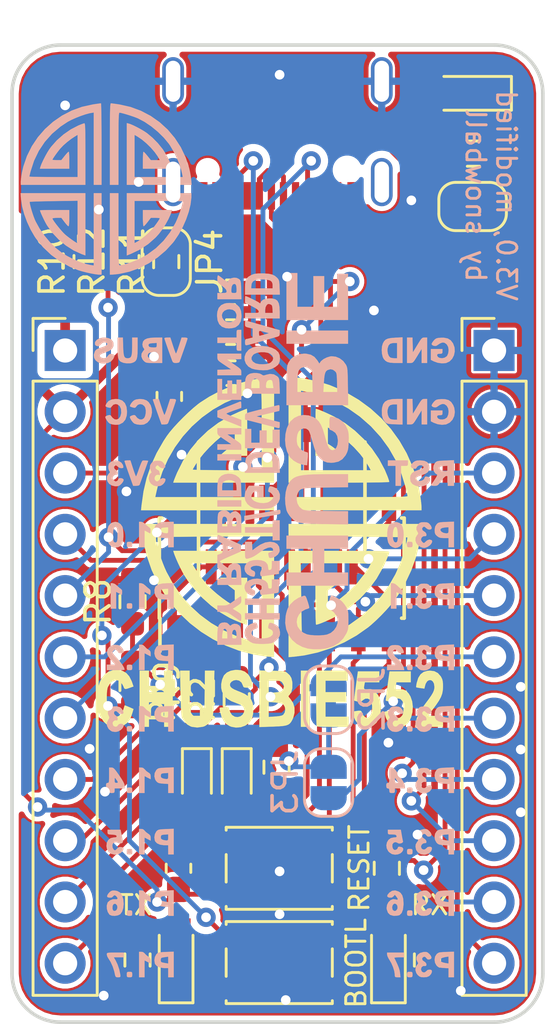
<source format=kicad_pcb>
(kicad_pcb (version 20171130) (host pcbnew 5.1.10-1.fc33)
  (layers (0 F.Cu signal) (31 B.Cu signal) (34 B.Paste user hide) (35 F.Paste user hide) (36 B.SilkS user hide) (37 F.SilkS user hide) (38 B.Mask user hide) (39 F.Mask user hide) (44 Edge.Cuts user))
  (net 0 "")
  (net 1 VCC)
  (net 2 /RESET)
  (net 3 "Net-(D3-Pad2)")
  (net 4 /P3.0)
  (net 5 /P3.1)
  (net 6 GND)
  (net 7 /P3.6)
  (net 8 /P1.5)
  (net 9 +3V3)
  (net 10 /P1.2)
  (net 11 /P1.3)
  (net 12 /P3.7)
  (net 13 /P3.5)
  (net 14 /P3.4)
  (net 15 /P3.3)
  (net 16 /P1.1)
  (net 17 /P1.0)
  (net 18 /P1.7)
  (net 19 /P1.6)
  (net 20 /P1.4)
  (net 21 /P3.2)
  (net 22 "Net-(D2-Pad1)")
  (net 23 "Net-(D1-Pad1)")
  (net 24 /CC1)
  (net 25 "Net-(J3-PadB8)")
  (net 26 "Net-(J3-PadA8)")
  (net 27 /CC2)
  (net 28 VBUS)
  (net 29 "Net-(D4-Pad2)")
  (net 30 "Net-(R6-Pad2)")
  (net 31 "Net-(JP2-Pad1)")
  (net 32 "Net-(JP4-Pad2)")
  (module Jumper:SolderJumper-2_P1.3mm_Open_RoundedPad1.0x1.5mm (layer F.Cu) (at 80.391 69.977 270)
    (fp_text reference JP4 (at 0 -1.8 270) (layer F.SilkS))
    (fp_text value Jumper)
    (pad 2 smd custom (at 0.65 0 270) (size 1 0.5) (layers F.Cu F.Mask) (net 32 "Net-(JP4-Pad2)") (options (clearance outline) (anchor rect)) (primitives (gr_circle (center 0 0.25) (end 0.5 0.25) (width 0)) (gr_circle (center 0 -0.25) (end 0.5 -0.25) (width 0)) (gr_poly (pts (xy 0 -0.75) (xy -0.5 -0.75) (xy -0.5 0.75) (xy 0 0.75)) (width 0))))
    (pad 1 smd custom (at -0.65 0 270) (size 1 0.5) (layers F.Cu F.Mask) (net 28 VBUS) (options (clearance outline) (anchor rect)) (primitives (gr_circle (center 0 0.25) (end 0.5 0.25) (width 0)) (gr_circle (center 0 -0.25) (end 0.5 -0.25) (width 0)) (gr_poly (pts (xy 0 -0.75) (xy 0.5 -0.75) (xy 0.5 0.75) (xy 0 0.75)) (width 0))))
  )
  (module Resistor_SMD:R_0603_1608Metric_Pad0.98x0.95mm_HandSolder (layer F.Cu) (at 78.74 69.977 90)
    (fp_text reference R12 (at 0 -1.43 90) (layer F.SilkS))
    (fp_text value 22k)
    (pad 2 smd roundrect (at 0.9125 0 90) (size 0.975 0.95) (layers F.Cu F.Paste F.Mask) (net 32 "Net-(JP4-Pad2)"))
    (pad 1 smd roundrect (at -0.9125 0 90) (size 0.975 0.95) (layers F.Cu F.Paste F.Mask) (net 16 /P1.1))
  )
  (module Resistor_SMD:R_0603_1608Metric_Pad0.98x0.95mm_HandSolder (layer F.Cu) (at 80.391 69.977 90)
    (fp_text reference R11 (at 0 -1.43 90) (layer F.SilkS))
    (fp_text value 22k)
    (pad 2 smd roundrect (at 0.9125 0 90) (size 0.975 0.95) (layers F.Cu F.Paste F.Mask) (net 28 VBUS))
    (pad 1 smd roundrect (at -0.9125 0 90) (size 0.975 0.95) (layers F.Cu F.Paste F.Mask) (net 32 "Net-(JP4-Pad2)"))
  )
  (module Resistor_SMD:R_0603_1608Metric_Pad0.98x0.95mm_HandSolder (layer F.Cu) (at 77.089 69.977 90)
    (fp_text reference R10 (at 0 -1.43 90) (layer F.SilkS))
    (fp_text value 1k)
    (pad 2 smd roundrect (at 0.9125 0 90) (size 0.975 0.95) (layers F.Cu F.Paste F.Mask) (net 6 GND))
    (pad 1 smd roundrect (at -0.9125 0 90) (size 0.975 0.95) (layers F.Cu F.Paste F.Mask) (net 16 /P1.1))
  )
  (module footprint:VACON_CSP_USC16_TR (layer F.Cu) (at 85 66.68 180)
    (fp_text reference J3 hide)
    (fp_text value USB_C_Receptacle)
    (pad 1 thru_hole oval (at 4.325 0 180) (size 0.9 2) (drill oval 0.6 1.7) (layers *.Cu *.Mask))
    (pad 1 thru_hole oval (at -4.325 0 180) (size 0.9 2) (drill oval 0.6 1.7) (layers *.Cu *.Mask))
    (pad S1 thru_hole oval (at -4.325 4.18 180) (size 0.9 2) (drill oval 0.6 1.7) (layers *.Cu *.Mask) (net 6 GND))
    (pad S1 thru_hole oval (at 4.325 4.18 180) (size 0.9 2) (drill oval 0.6 1.7) (layers *.Cu *.Mask) (net 6 GND))
    (pad "" np_thru_hole circle (at 2.89 0.5 180) (size 0.6 0.6) (drill 0.6) (layers *.Cu *.Mask))
    (pad A7 smd rect (at 0.25 -0.57 180) (size 0.3 1.14) (layers F.Cu F.Paste F.Mask) (net 12 /P3.7))
    (pad A6 smd rect (at -0.25 -0.57 180) (size 0.3 1.14) (layers F.Cu F.Paste F.Mask) (net 7 /P3.6))
    (pad B7 smd rect (at -0.75 -0.57 180) (size 0.3 1.14) (layers F.Cu F.Paste F.Mask) (net 12 /P3.7))
    (pad B6 smd rect (at 0.75 -0.57 180) (size 0.3 1.14) (layers F.Cu F.Paste F.Mask) (net 7 /P3.6))
    (pad A5 smd rect (at -1.25 -0.57 180) (size 0.3 1.14) (layers F.Cu F.Paste F.Mask) (net 24 /CC1))
    (pad B8 smd rect (at -1.75 -0.57 180) (size 0.3 1.14) (layers F.Cu F.Paste F.Mask) (net 25 "Net-(J3-PadB8)"))
    (pad A8 smd rect (at 1.25 -0.57 180) (size 0.3 1.14) (layers F.Cu F.Paste F.Mask) (net 26 "Net-(J3-PadA8)"))
    (pad B5 smd rect (at 1.75 -0.57 180) (size 0.3 1.14) (layers F.Cu F.Paste F.Mask) (net 27 /CC2))
    (pad "" np_thru_hole circle (at -2.89 0.5 180) (size 0.6 0.6) (drill 0.6) (layers *.Cu *.Mask))
    (pad B9 smd rect (at -2.5 -0.57 180) (size 0.3 1.14) (layers F.Cu F.Paste F.Mask) (net 28 VBUS))
    (pad A4 smd rect (at -2.25 -0.57 180) (size 0.3 1.14) (layers F.Cu F.Paste F.Mask) (net 28 VBUS))
    (pad B12 smd rect (at -3.05 -0.57 180) (size 0.3 1.14) (layers F.Cu F.Paste F.Mask) (net 6 GND))
    (pad A1 smd rect (at -3.35 -0.57 180) (size 0.3 1.14) (layers F.Cu F.Paste F.Mask) (net 6 GND))
    (pad B4 smd rect (at 2.25 -0.57 180) (size 0.3 1.14) (layers F.Cu F.Paste F.Mask) (net 28 VBUS))
    (pad A9 smd rect (at 2.55 -0.57 180) (size 0.3 1.14) (layers F.Cu F.Paste F.Mask) (net 28 VBUS))
    (pad B1 smd rect (at 3.05 -0.57 180) (size 0.3 1.14) (layers F.Cu F.Paste F.Mask) (net 6 GND))
    (pad A12 smd rect (at 3.35 -0.57 180) (size 0.3 1.14) (layers F.Cu F.Paste F.Mask) (net 6 GND))
  )
  (module Resistor_SMD:R_0603_1608Metric_Pad0.98x0.95mm_HandSolder (layer F.Cu) (at 78.994 87.503 270)
    (fp_text reference R9 (at 0 -1.43 90) (layer F.SilkS))
    (fp_text value 10k)
    (pad 2 smd roundrect (at 0.9125 0 270) (size 0.975 0.95) (layers F.Cu F.Paste F.Mask) (net 9 +3V3))
    (pad 1 smd roundrect (at -0.9125 0 270) (size 0.975 0.95) (layers F.Cu F.Paste F.Mask) (net 21 /P3.2))
  )
  (module Resistor_SMD:R_0603_1608Metric_Pad0.98x0.95mm_HandSolder (layer F.Cu) (at 78.994 84.074 90)
    (fp_text reference R8 (at 0 -1.43 90) (layer F.SilkS))
    (fp_text value 1k)
    (pad 2 smd roundrect (at 0.9125 0 90) (size 0.975 0.95) (layers F.Cu F.Paste F.Mask) (net 6 GND))
    (pad 1 smd roundrect (at -0.9125 0 90) (size 0.975 0.95) (layers F.Cu F.Paste F.Mask) (net 21 /P3.2))
  )
  (module Jumper:SolderJumper-2_P1.3mm_Open_RoundedPad1.0x1.5mm (layer B.Cu) (at 87.122 91.567 270)
    (fp_text reference JP3 (at 0 1.8 90) (layer B.SilkS) (effects (justify mirror)))
    (fp_text value Jumper)
    (pad 2 smd custom (at 0.65 0 270) (size 1 0.5) (layers B.Cu B.Mask) (net 15 /P3.3) (options (clearance outline) (anchor rect)) (primitives (gr_circle (center 0 -0.25) (end 0.5 -0.25) (width 0)) (gr_circle (center 0 0.25) (end 0.5 0.25) (width 0)) (gr_poly (pts (xy 0 0.75) (xy -0.5 0.75) (xy -0.5 -0.75) (xy 0 -0.75)) (width 0))))
    (pad 1 smd custom (at -0.65 0 270) (size 1 0.5) (layers B.Cu B.Mask) (net 31 "Net-(JP2-Pad1)") (options (clearance outline) (anchor rect)) (primitives (gr_circle (center 0 -0.25) (end 0.5 -0.25) (width 0)) (gr_circle (center 0 0.25) (end 0.5 0.25) (width 0)) (gr_poly (pts (xy 0 0.75) (xy 0.5 0.75) (xy 0.5 -0.75) (xy 0 -0.75)) (width 0))))
  )
  (module Jumper:SolderJumper-2_P1.3mm_Bridged_RoundedPad1.0x1.5mm (layer B.Cu) (at 87.122 88.138 90)
    (fp_text reference JP2 (at 0 1.8 90) (layer B.SilkS) (effects (justify mirror)))
    (fp_text value Jumper)
    (fp_poly (pts (xy 0.25 0.3) (xy -0.25 0.3) (xy -0.25 -0.3) (xy 0.25 -0.3)) (layer B.Cu) (width 0))
    (pad 1 smd custom (at -0.65 0 90) (size 1 0.5) (layers B.Cu B.Mask) (net 31 "Net-(JP2-Pad1)") (options (clearance outline) (anchor rect)) (primitives (gr_circle (center 0 -0.25) (end 0.5 -0.25) (width 0)) (gr_circle (center 0 0.25) (end 0.5 0.25) (width 0)) (gr_poly (pts (xy 0 0.75) (xy 0.5 0.75) (xy 0.5 -0.75) (xy 0 -0.75)) (width 0))))
    (pad 2 smd custom (at 0.65 0 90) (size 1 0.5) (layers B.Cu B.Mask) (net 21 /P3.2) (options (clearance outline) (anchor rect)) (primitives (gr_circle (center 0 -0.25) (end 0.5 -0.25) (width 0)) (gr_circle (center 0 0.25) (end 0.5 0.25) (width 0)) (gr_poly (pts (xy 0 0.75) (xy -0.5 0.75) (xy -0.5 -0.75) (xy 0 -0.75)) (width 0))))
  )
  (module ArtandSilks:v2front (layer F.Cu) (at 84.7 84.1)
    (fp_text reference G*** hide)
    (fp_text value LOGO hide)
  )
  (module ArtandSilks:v2back (layer B.Cu) (at 84.2 80.7 180)
    (fp_text reference G*** hide)
    (fp_text value LOGO hide)
    (fp_text user "V3.0, modified" (at -10.287 13.462 270 unlocked) (layer B.SilkS) (effects (font (size 0.8 0.8) (thickness 0.12)) (justify mirror)))
    (fp_text user "by snowball" (at -9.017 13.462 270 unlocked) (layer B.SilkS) (effects (font (size 0.8 0.8) (thickness 0.12)) (justify mirror)))
  )
  (module Resistor_SMD:R_0603_1608Metric_Pad0.98x0.95mm_HandSolder (layer F.Cu) (at 81.661 88.138 90)
    (fp_text reference R1 (at 0 -1.43 90) (layer F.SilkS))
    (fp_text value 68)
    (pad 2 smd roundrect (at 0.9125 0 90) (size 0.975 0.95) (layers F.Cu F.Paste F.Mask) (net 20 /P1.4))
    (pad 1 smd roundrect (at -0.9125 0 90) (size 0.975 0.95) (layers F.Cu F.Paste F.Mask) (net 24 /CC1))
  )
  (module Diode_SMD:D_SOD-523 (layer F.Cu) (at 83.312 91.313 270)
    (fp_text reference D5 hide)
    (fp_text value "e.g. 1N4148, C917006, C708767")
    (pad 1 smd rect (at -0.7 0 90) (size 0.6 0.7) (layers F.Cu F.Paste F.Mask) (net 27 /CC2))
    (pad 2 smd rect (at 0.7 0 90) (size 0.6 0.7) (layers F.Cu F.Paste F.Mask) (net 29 "Net-(D4-Pad2)"))
  )
  (module Resistor_SMD:R_0603_1608Metric_Pad0.98x0.95mm_HandSolder (layer F.Cu) (at 84.963 90.932 270)
    (fp_text reference R7 hide)
    (fp_text value 220)
    (pad 2 smd roundrect (at 0.9125 0 270) (size 0.975 0.95) (layers F.Cu F.Paste F.Mask) (net 29 "Net-(D4-Pad2)"))
    (pad 1 smd roundrect (at -0.9125 0 270) (size 0.975 0.95) (layers F.Cu F.Paste F.Mask) (net 31 "Net-(JP2-Pad1)"))
  )
  (module Resistor_SMD:R_0603_1608Metric_Pad0.98x0.95mm_HandSolder (layer F.Cu) (at 89.535 95.123 270)
    (fp_text reference R6 hide)
    (fp_text value 22k)
    (pad 2 smd roundrect (at 0.9125 0 270) (size 0.975 0.95) (layers F.Cu F.Paste F.Mask) (net 30 "Net-(R6-Pad2)"))
    (pad 1 smd roundrect (at -0.9125 0 270) (size 0.975 0.95) (layers F.Cu F.Paste F.Mask) (net 7 /P3.6))
  )
  (module Resistor_SMD:R_0603_1608Metric_Pad0.98x0.95mm_HandSolder (layer F.Cu) (at 93.125 65.5)
    (fp_text reference R5 hide)
    (fp_text value 1k)
    (pad 2 smd roundrect (at 0.9125 0) (size 0.975 0.95) (layers F.Cu F.Paste F.Mask) (net 3 "Net-(D3-Pad2)"))
    (pad 1 smd roundrect (at -0.9125 0) (size 0.975 0.95) (layers F.Cu F.Paste F.Mask) (net 1 VCC))
  )
  (module Resistor_SMD:R_0603_1608Metric_Pad0.98x0.95mm_HandSolder (layer F.Cu) (at 79.2 98.925 90)
    (fp_text reference R4 hide)
    (fp_text value 1k)
    (pad 2 smd roundrect (at 0.9125 0 90) (size 0.975 0.95) (layers F.Cu F.Paste F.Mask) (net 22 "Net-(D2-Pad1)"))
    (pad 1 smd roundrect (at -0.9125 0 90) (size 0.975 0.95) (layers F.Cu F.Paste F.Mask) (net 6 GND))
  )
  (module Resistor_SMD:R_0603_1608Metric_Pad0.98x0.95mm_HandSolder (layer F.Cu) (at 91.2 98.925 90)
    (fp_text reference R3 hide)
    (fp_text value 1k)
    (pad 2 smd roundrect (at 0.9125 0 90) (size 0.975 0.95) (layers F.Cu F.Paste F.Mask) (net 23 "Net-(D1-Pad1)"))
    (pad 1 smd roundrect (at -0.9125 0 90) (size 0.975 0.95) (layers F.Cu F.Paste F.Mask) (net 6 GND))
  )
  (module Resistor_SMD:R_0603_1608Metric_Pad0.98x0.95mm_HandSolder (layer F.Cu) (at 83.312 88.138 90)
    (fp_text reference R2 (at 0 -1.43 90) (layer F.SilkS))
    (fp_text value 68)
    (pad 2 smd roundrect (at 0.9125 0 90) (size 0.975 0.95) (layers F.Cu F.Paste F.Mask) (net 8 /P1.5))
    (pad 1 smd roundrect (at -0.9125 0 90) (size 0.975 0.95) (layers F.Cu F.Paste F.Mask) (net 27 /CC2))
  )
  (module Jumper:SolderJumper-2_P1.3mm_Bridged_RoundedPad1.0x1.5mm (layer F.Cu) (at 93.091 67.691)
    (fp_text reference JP1 hide)
    (fp_text value Jumper)
    (fp_poly (pts (xy 0.25 -0.3) (xy -0.25 -0.3) (xy -0.25 0.3) (xy 0.25 0.3)) (layer F.Cu) (width 0))
    (pad 1 smd custom (at -0.65 0) (size 1 0.5) (layers F.Cu F.Mask) (net 28 VBUS) (options (clearance outline) (anchor rect)) (primitives (gr_circle (center 0 0.25) (end 0.5 0.25) (width 0)) (gr_circle (center 0 -0.25) (end 0.5 -0.25) (width 0)) (gr_poly (pts (xy 0 -0.75) (xy 0.5 -0.75) (xy 0.5 0.75) (xy 0 0.75)) (width 0))))
    (pad 2 smd custom (at 0.65 0) (size 1 0.5) (layers F.Cu F.Mask) (net 1 VCC) (options (clearance outline) (anchor rect)) (primitives (gr_circle (center 0 0.25) (end 0.5 0.25) (width 0)) (gr_circle (center 0 -0.25) (end 0.5 -0.25) (width 0)) (gr_poly (pts (xy 0 -0.75) (xy -0.5 -0.75) (xy -0.5 0.75) (xy 0 0.75)) (width 0))))
  )
  (module Diode_SMD:D_SOD-523 (layer F.Cu) (at 81.661 91.313 270)
    (fp_text reference D4 hide)
    (fp_text value "e.g. 1N4148, C917006, C708767")
    (pad 1 smd rect (at -0.7 0 90) (size 0.6 0.7) (layers F.Cu F.Paste F.Mask) (net 24 /CC1))
    (pad 2 smd rect (at 0.7 0 90) (size 0.6 0.7) (layers F.Cu F.Paste F.Mask) (net 29 "Net-(D4-Pad2)"))
  )
  (module Capacitor_SMD:C_0603_1608Metric_Pad1.05x0.95mm_HandSolder (layer F.Cu) (at 83.058 72.898)
    (fp_text reference C1 hide)
    (fp_text value 100nF hide)
    (pad 2 smd roundrect (at 0.875 0) (size 1.05 0.95) (layers F.Cu F.Paste F.Mask) (net 6 GND))
    (pad 1 smd roundrect (at -0.875 0) (size 1.05 0.95) (layers F.Cu F.Paste F.Mask) (net 1 VCC))
  )
  (module Capacitor_SMD:C_0603_1608Metric_Pad1.05x0.95mm_HandSolder (layer F.Cu) (at 80.518 75.565 90)
    (fp_text reference C7 hide)
    (fp_text value DNP/1uF)
    (pad 1 smd roundrect (at -0.875 0 90) (size 1.05 0.95) (layers F.Cu F.Paste F.Mask) (net 9 +3V3))
    (pad 2 smd roundrect (at 0.875 0 90) (size 1.05 0.95) (layers F.Cu F.Paste F.Mask) (net 6 GND))
  )
  (module Connector_PinHeader_2.54mm:PinHeader_1x11_P2.54mm_Vertical (layer F.Cu) (at 76.2 73.66)
    (fp_text reference J1 hide)
    (fp_text value Conn_01x11_Male hide)
    (pad 11 thru_hole oval (at 0 25.4) (size 1.7 1.7) (drill 1) (layers *.Cu *.Mask) (net 18 /P1.7))
    (pad 10 thru_hole oval (at 0 22.86) (size 1.7 1.7) (drill 1) (layers *.Cu *.Mask) (net 19 /P1.6))
    (pad 9 thru_hole oval (at 0 20.32) (size 1.7 1.7) (drill 1) (layers *.Cu *.Mask) (net 8 /P1.5))
    (pad 8 thru_hole oval (at 0 17.78) (size 1.7 1.7) (drill 1) (layers *.Cu *.Mask) (net 20 /P1.4))
    (pad 7 thru_hole oval (at 0 15.24) (size 1.7 1.7) (drill 1) (layers *.Cu *.Mask) (net 11 /P1.3))
    (pad 6 thru_hole oval (at 0 12.7) (size 1.7 1.7) (drill 1) (layers *.Cu *.Mask) (net 10 /P1.2))
    (pad 5 thru_hole oval (at 0 10.16) (size 1.7 1.7) (drill 1) (layers *.Cu *.Mask) (net 16 /P1.1))
    (pad 4 thru_hole oval (at 0 7.62) (size 1.7 1.7) (drill 1) (layers *.Cu *.Mask) (net 17 /P1.0))
    (pad 3 thru_hole oval (at 0 5.08) (size 1.7 1.7) (drill 1) (layers *.Cu *.Mask) (net 9 +3V3))
    (pad 2 thru_hole oval (at 0 2.54) (size 1.7 1.7) (drill 1) (layers *.Cu *.Mask) (net 1 VCC))
    (pad 1 thru_hole rect (at 0 0) (size 1.7 1.7) (drill 1) (layers *.Cu *.Mask) (net 28 VBUS))
  )
  (module Connector_PinHeader_2.54mm:PinHeader_1x11_P2.54mm_Vertical (layer F.Cu) (at 93.98 73.66)
    (fp_text reference J2 hide)
    (fp_text value Conn_01x11_Male)
    (pad 1 thru_hole rect (at 0 0) (size 1.7 1.7) (drill 1) (layers *.Cu *.Mask) (net 6 GND))
    (pad 2 thru_hole oval (at 0 2.54) (size 1.7 1.7) (drill 1) (layers *.Cu *.Mask) (net 6 GND))
    (pad 3 thru_hole oval (at 0 5.08) (size 1.7 1.7) (drill 1) (layers *.Cu *.Mask) (net 2 /RESET))
    (pad 4 thru_hole oval (at 0 7.62) (size 1.7 1.7) (drill 1) (layers *.Cu *.Mask) (net 4 /P3.0))
    (pad 5 thru_hole oval (at 0 10.16) (size 1.7 1.7) (drill 1) (layers *.Cu *.Mask) (net 5 /P3.1))
    (pad 6 thru_hole oval (at 0 12.7) (size 1.7 1.7) (drill 1) (layers *.Cu *.Mask) (net 21 /P3.2))
    (pad 7 thru_hole oval (at 0 15.24) (size 1.7 1.7) (drill 1) (layers *.Cu *.Mask) (net 15 /P3.3))
    (pad 8 thru_hole oval (at 0 17.78) (size 1.7 1.7) (drill 1) (layers *.Cu *.Mask) (net 14 /P3.4))
    (pad 9 thru_hole oval (at 0 20.32) (size 1.7 1.7) (drill 1) (layers *.Cu *.Mask) (net 13 /P3.5))
    (pad 10 thru_hole oval (at 0 22.86) (size 1.7 1.7) (drill 1) (layers *.Cu *.Mask) (net 7 /P3.6))
    (pad 11 thru_hole oval (at 0 25.4) (size 1.7 1.7) (drill 1) (layers *.Cu *.Mask) (net 12 /P3.7))
  )
  (module Button_Switch_SMD:SW_SPST_PTS810 (layer F.Cu) (at 85.075 95.123)
    (fp_text reference SW2 hide)
    (fp_text value SW_Push hide)
    (pad 2 smd rect (at 2.075 1.075) (size 1.05 0.65) (layers F.Cu F.Paste F.Mask) (net 1 VCC))
    (pad 2 smd rect (at -2.075 1.075) (size 1.05 0.65) (layers F.Cu F.Paste F.Mask) (net 1 VCC))
    (pad 1 smd rect (at 2.075 -1.075) (size 1.05 0.65) (layers F.Cu F.Paste F.Mask) (net 2 /RESET))
    (pad 1 smd rect (at -2.075 -1.075) (size 1.05 0.65) (layers F.Cu F.Paste F.Mask) (net 2 /RESET))
  )
  (module Button_Switch_SMD:SW_SPST_PTS810 (layer F.Cu) (at 85.075 99.031)
    (fp_text reference SW1 hide)
    (fp_text value SW_Push hide)
    (pad 1 smd rect (at -2.075 -1.075) (size 1.05 0.65) (layers F.Cu F.Paste F.Mask) (net 9 +3V3))
    (pad 1 smd rect (at 2.075 -1.075) (size 1.05 0.65) (layers F.Cu F.Paste F.Mask) (net 9 +3V3))
    (pad 2 smd rect (at -2.075 1.075) (size 1.05 0.65) (layers F.Cu F.Paste F.Mask) (net 30 "Net-(R6-Pad2)"))
    (pad 2 smd rect (at 2.075 1.075) (size 1.05 0.65) (layers F.Cu F.Paste F.Mask) (net 30 "Net-(R6-Pad2)"))
  )
  (module Capacitor_SMD:C_0603_1608Metric_Pad1.05x0.95mm_HandSolder (layer F.Cu) (at 83.075 74.6)
    (fp_text reference C2 hide)
    (fp_text value 100nF hide)
    (pad 1 smd roundrect (at -0.875 0) (size 1.05 0.95) (layers F.Cu F.Paste F.Mask) (net 9 +3V3))
    (pad 2 smd roundrect (at 0.875 0) (size 1.05 0.95) (layers F.Cu F.Paste F.Mask) (net 6 GND))
  )
  (module Capacitor_SMD:C_0603_1608Metric_Pad1.05x0.95mm_HandSolder (layer F.Cu) (at 80.899 95.123 90)
    (fp_text reference C3 hide)
    (fp_text value 100nF)
    (pad 2 smd roundrect (at 0.875 0 90) (size 1.05 0.95) (layers F.Cu F.Paste F.Mask) (net 2 /RESET))
    (pad 1 smd roundrect (at -0.875 0 90) (size 1.05 0.95) (layers F.Cu F.Paste F.Mask) (net 1 VCC))
  )
  (module Capacitor_SMD:C_0603_1608Metric_Pad1.05x0.95mm_HandSolder (layer F.Cu) (at 83.058 71.247)
    (fp_text reference C4 hide)
    (fp_text value DNP/1uF hide)
    (pad 1 smd roundrect (at -0.875 0) (size 1.05 0.95) (layers F.Cu F.Paste F.Mask) (net 1 VCC))
    (pad 2 smd roundrect (at 0.875 0) (size 1.05 0.95) (layers F.Cu F.Paste F.Mask) (net 6 GND))
  )
  (module Housings_SOIC:SOIC-16_3.9x9.9mm_Pitch1.27mm (layer F.Cu) (at 85.179192 82.68002 90)
    (fp_text reference U2 hide)
    (fp_text value CH552G hide)
    (pad 16 smd rect (at 2.7 -4.445 90) (size 1.5 0.6) (layers F.Cu F.Paste F.Mask) (net 9 +3V3))
    (pad 15 smd rect (at 2.7 -3.175 90) (size 1.5 0.6) (layers F.Cu F.Paste F.Mask) (net 1 VCC))
    (pad 14 smd rect (at 2.7 -1.905 90) (size 1.5 0.6) (layers F.Cu F.Paste F.Mask) (net 6 GND))
    (pad 13 smd rect (at 2.7 -0.635 90) (size 1.5 0.6) (layers F.Cu F.Paste F.Mask) (net 12 /P3.7))
    (pad 12 smd rect (at 2.7 0.635 90) (size 1.5 0.6) (layers F.Cu F.Paste F.Mask) (net 7 /P3.6))
    (pad 11 smd rect (at 2.7 1.905 90) (size 1.5 0.6) (layers F.Cu F.Paste F.Mask) (net 14 /P3.4))
    (pad 10 smd rect (at 2.7 3.175 90) (size 1.5 0.6) (layers F.Cu F.Paste F.Mask) (net 15 /P3.3))
    (pad 9 smd rect (at 2.7 4.445 90) (size 1.5 0.6) (layers F.Cu F.Paste F.Mask) (net 16 /P1.1))
    (pad 8 smd rect (at -2.7 4.445 90) (size 1.5 0.6) (layers F.Cu F.Paste F.Mask) (net 4 /P3.0))
    (pad 7 smd rect (at -2.7 3.175 90) (size 1.5 0.6) (layers F.Cu F.Paste F.Mask) (net 5 /P3.1))
    (pad 6 smd rect (at -2.7 1.905 90) (size 1.5 0.6) (layers F.Cu F.Paste F.Mask) (net 2 /RESET))
    (pad 5 smd rect (at -2.7 0.635 90) (size 1.5 0.6) (layers F.Cu F.Paste F.Mask) (net 18 /P1.7))
    (pad 4 smd rect (at -2.7 -0.635 90) (size 1.5 0.6) (layers F.Cu F.Paste F.Mask) (net 19 /P1.6))
    (pad 3 smd rect (at -2.7 -1.905 90) (size 1.5 0.6) (layers F.Cu F.Paste F.Mask) (net 8 /P1.5))
    (pad 2 smd rect (at -2.7 -3.175 90) (size 1.5 0.6) (layers F.Cu F.Paste F.Mask) (net 20 /P1.4))
    (pad 1 smd rect (at -2.7 -4.445 90) (size 1.5 0.6) (layers F.Cu F.Paste F.Mask) (net 21 /P3.2))
  )
  (module Housings_SSOP:TSSOP-20_4.4x6.5mm_Pitch0.65mm (layer F.Cu) (at 85.179192 79.68002 90)
    (fp_text reference U1 hide)
    (fp_text value CH552T hide)
    (pad 20 smd rect (at 2.95 -2.925 90) (size 1.45 0.45) (layers F.Cu F.Paste F.Mask) (net 9 +3V3))
    (pad 19 smd rect (at 2.95 -2.275 90) (size 1.45 0.45) (layers F.Cu F.Paste F.Mask) (net 1 VCC))
    (pad 18 smd rect (at 2.95 -1.625 90) (size 1.45 0.45) (layers F.Cu F.Paste F.Mask) (net 6 GND))
    (pad 17 smd rect (at 2.95 -0.975 90) (size 1.45 0.45) (layers F.Cu F.Paste F.Mask) (net 10 /P1.2))
    (pad 16 smd rect (at 2.95 -0.325 90) (size 1.45 0.45) (layers F.Cu F.Paste F.Mask) (net 11 /P1.3))
    (pad 15 smd rect (at 2.95 0.325 90) (size 1.45 0.45) (layers F.Cu F.Paste F.Mask) (net 12 /P3.7))
    (pad 14 smd rect (at 2.95 0.975 90) (size 1.45 0.45) (layers F.Cu F.Paste F.Mask) (net 7 /P3.6))
    (pad 13 smd rect (at 2.95 1.625 90) (size 1.45 0.45) (layers F.Cu F.Paste F.Mask) (net 13 /P3.5))
    (pad 12 smd rect (at 2.95 2.275 90) (size 1.45 0.45) (layers F.Cu F.Paste F.Mask) (net 14 /P3.4))
    (pad 11 smd rect (at 2.95 2.925 90) (size 1.45 0.45) (layers F.Cu F.Paste F.Mask) (net 15 /P3.3))
    (pad 10 smd rect (at -2.95 2.925 90) (size 1.45 0.45) (layers F.Cu F.Paste F.Mask) (net 4 /P3.0))
    (pad 9 smd rect (at -2.95 2.275 90) (size 1.45 0.45) (layers F.Cu F.Paste F.Mask) (net 5 /P3.1))
    (pad 8 smd rect (at -2.95 1.625 90) (size 1.45 0.45) (layers F.Cu F.Paste F.Mask) (net 16 /P1.1))
    (pad 7 smd rect (at -2.95 0.975 90) (size 1.45 0.45) (layers F.Cu F.Paste F.Mask) (net 17 /P1.0))
    (pad 6 smd rect (at -2.95 0.325 90) (size 1.45 0.45) (layers F.Cu F.Paste F.Mask) (net 2 /RESET))
    (pad 5 smd rect (at -2.95 -0.325 90) (size 1.45 0.45) (layers F.Cu F.Paste F.Mask) (net 18 /P1.7))
    (pad 4 smd rect (at -2.95 -0.975 90) (size 1.45 0.45) (layers F.Cu F.Paste F.Mask) (net 19 /P1.6))
    (pad 3 smd rect (at -2.95 -1.625 90) (size 1.45 0.45) (layers F.Cu F.Paste F.Mask) (net 8 /P1.5))
    (pad 2 smd rect (at -2.95 -2.275 90) (size 1.45 0.45) (layers F.Cu F.Paste F.Mask) (net 20 /P1.4))
    (pad 1 smd rect (at -2.95 -2.925 90) (size 1.45 0.45) (layers F.Cu F.Paste F.Mask) (net 21 /P3.2))
  )
  (module LEDs:LED_0805 (layer F.Cu) (at 92.9 63 180)
    (fp_text reference D3 hide)
    (fp_text value LED hide)
    (pad 1 smd rect (at -1.1 0) (size 1.2 1.2) (layers F.Cu F.Paste F.Mask) (net 6 GND))
    (pad 2 smd rect (at 1.1 0) (size 1.2 1.2) (layers F.Cu F.Paste F.Mask) (net 3 "Net-(D3-Pad2)"))
  )
  (module LEDs:LED_0805 (layer F.Cu) (at 80.8 98.9 90)
    (fp_text reference D2 hide)
    (fp_text value LED)
    (pad 2 smd rect (at 1.1 0 270) (size 1.2 1.2) (layers F.Cu F.Paste F.Mask) (net 5 /P3.1))
    (pad 1 smd rect (at -1.1 0 270) (size 1.2 1.2) (layers F.Cu F.Paste F.Mask) (net 22 "Net-(D2-Pad1)"))
  )
  (module LEDs:LED_0805 (layer F.Cu) (at 89.6 98.9 90)
    (fp_text reference D1 hide)
    (fp_text value LED hide)
    (pad 1 smd rect (at -1.1 0 270) (size 1.2 1.2) (layers F.Cu F.Paste F.Mask) (net 23 "Net-(D1-Pad1)"))
    (pad 2 smd rect (at 1.1 0 270) (size 1.2 1.2) (layers F.Cu F.Paste F.Mask) (net 4 /P3.0))
  )
  (gr_text RESET (at 88.392 95.123 90) (layer F.SilkS) (effects (font (size 0.8 0.8) (thickness 0.12))))
  (gr_text BOOTL (at 88.265 99.06 90) (layer F.SilkS) (effects (font (size 0.8 0.8) (thickness 0.12))))
  (gr_text RX (at 91.313 96.647) (layer F.SilkS) (effects (font (size 0.8 0.8) (thickness 0.12))))
  (gr_text TX (at 79.121 96.647) (layer F.SilkS) (effects (font (size 0.8 0.8) (thickness 0.12))))
  (gr_arc (start 76 63) (end 76 61) (angle -90) (layer Edge.Cuts) (width 0.15))
  (gr_arc (start 76 99.5) (end 74 99.5) (angle -90) (layer Edge.Cuts) (width 0.15))
  (gr_arc (start 94 99.5) (end 94 101.5) (angle -90) (layer Edge.Cuts) (width 0.15))
  (gr_arc (start 94 63) (end 96 63) (angle -90) (layer Edge.Cuts) (width 0.15))
  (gr_line (start 94 101.5) (end 76 101.5) (layer Edge.Cuts) (width 0.15))
  (gr_line (start 96 63) (end 96 99.5) (layer Edge.Cuts) (width 0.15))
  (gr_line (start 76 61) (end 94 61) (layer Edge.Cuts) (width 0.15))
  (gr_line (start 74 99.5) (end 74 63) (layer Edge.Cuts) (width 0.15))
  (segment (start 76.2 76.2) (end 76 76.2) (width 0.2) (layer B.Cu) (net 1))
  (via (at 80.01 96.52) (size 0.8) (drill 0.4) (layers F.Cu B.Cu) (net 1))
  (segment (start 80.391 96.52) (end 80.01 96.52) (width 0.2) (layer F.Cu) (net 1))
  (segment (start 80.899 96.012) (end 80.391 96.52) (width 0.2) (layer F.Cu) (net 1))
  (segment (start 83 96.198) (end 81.085 96.198) (width 0.2) (layer F.Cu) (net 1))
  (segment (start 81.085 96.198) (end 80.899 96.012) (width 0.2) (layer F.Cu) (net 1))
  (segment (start 83 96.198) (end 87.181 96.198) (width 0.2) (layer F.Cu) (net 1))
  (segment (start 82.169 72.898) (end 82.169 71.247) (width 0.2) (layer F.Cu) (net 1))
  (segment (start 79.502 72.898) (end 82.169 72.898) (width 0.4) (layer F.Cu) (net 1))
  (segment (start 76.2 76.2) (end 79.502 72.898) (width 0.4) (layer F.Cu) (net 1))
  (via (at 75.057 92.583) (size 0.8) (drill 0.4) (layers F.Cu B.Cu) (net 1))
  (segment (start 90.997 64.2) (end 93.726 66.929) (width 0.4) (layer F.Cu) (net 1))
  (segment (start 78.802 64.2) (end 90.997 64.2) (width 0.4) (layer F.Cu) (net 1))
  (segment (start 74.8 68.202) (end 78.802 64.2) (width 0.4) (layer F.Cu) (net 1))
  (segment (start 74.8 74.8) (end 74.8 68.202) (width 0.4) (layer F.Cu) (net 1))
  (segment (start 93.726 66.929) (end 93.726 67.691) (width 0.4) (layer F.Cu) (net 1))
  (segment (start 76.2 76.2) (end 74.8 74.8) (width 0.4) (layer F.Cu) (net 1))
  (segment (start 74.549 92.075) (end 75.057 92.583) (width 0.2) (layer F.Cu) (net 1))
  (segment (start 74.549 77.851) (end 74.549 92.075) (width 0.2) (layer F.Cu) (net 1))
  (segment (start 76.2 76.2) (end 74.549 77.851) (width 0.2) (layer F.Cu) (net 1))
  (segment (start 80.01 96.012) (end 80.01 96.52) (width 0.2) (layer B.Cu) (net 1))
  (segment (start 76.708 92.71) (end 80.01 96.012) (width 0.2) (layer B.Cu) (net 1))
  (segment (start 75.184 92.71) (end 76.708 92.71) (width 0.2) (layer B.Cu) (net 1))
  (segment (start 75.057 92.583) (end 75.184 92.71) (width 0.2) (layer B.Cu) (net 1))
  (segment (start 82.004192 78.396808) (end 82.004192 79.98002) (width 0.2) (layer F.Cu) (net 1))
  (segment (start 82.904192 77.496808) (end 82.004192 78.396808) (width 0.2) (layer F.Cu) (net 1))
  (segment (start 82.904192 76.73002) (end 82.904192 77.496808) (width 0.2) (layer F.Cu) (net 1))
  (segment (start 83.02501 75.08999) (end 83.02501 73.75401) (width 0.2) (layer F.Cu) (net 1))
  (segment (start 82.904192 75.210808) (end 83.02501 75.08999) (width 0.2) (layer F.Cu) (net 1))
  (segment (start 83.02501 73.75401) (end 82.169 72.898) (width 0.2) (layer F.Cu) (net 1))
  (segment (start 82.904192 76.73002) (end 82.904192 75.210808) (width 0.2) (layer F.Cu) (net 1))
  (segment (start 87.084192 85.084192) (end 87.084192 85.38002) (width 0.2) (layer F.Cu) (net 2))
  (segment (start 85.504192 82.63002) (end 85.504192 83.504192) (width 0.2) (layer F.Cu) (net 2))
  (segment (start 86.2 84.2) (end 87.084192 85.084192) (width 0.2) (layer F.Cu) (net 2))
  (segment (start 85.504192 83.504192) (end 86.2 84.2) (width 0.2) (layer F.Cu) (net 2))
  (segment (start 87.15 85.445828) (end 87.084192 85.38002) (width 0.2) (layer F.Cu) (net 2))
  (segment (start 81.085 94.048) (end 80.899 94.234) (width 0.2) (layer F.Cu) (net 2))
  (segment (start 87.122 93.98) (end 87.15 93.952) (width 0.2) (layer F.Cu) (net 2))
  (segment (start 87.15 94.048) (end 81.085 94.048) (width 0.2) (layer F.Cu) (net 2))
  (segment (start 87.15 93.952) (end 87.15 85.445828) (width 0.2) (layer F.Cu) (net 2))
  (via (at 87.224554 84.219016) (size 0.8) (drill 0.4) (layers F.Cu B.Cu) (net 2))
  (segment (start 87.205538 84.2) (end 87.224554 84.219016) (width 0.2) (layer F.Cu) (net 2))
  (segment (start 86.2 84.2) (end 87.205538 84.2) (width 0.2) (layer F.Cu) (net 2))
  (segment (start 87.884 83.55957) (end 87.224554 84.219016) (width 0.2) (layer B.Cu) (net 2))
  (segment (start 87.884 82.169) (end 87.884 83.55957) (width 0.2) (layer B.Cu) (net 2))
  (segment (start 91.313 78.74) (end 87.884 82.169) (width 0.2) (layer B.Cu) (net 2))
  (segment (start 93.98 78.74) (end 91.313 78.74) (width 0.2) (layer B.Cu) (net 2))
  (segment (start 91.8 63) (end 91.8 63.2) (width 0.2) (layer F.Cu) (net 3))
  (segment (start 94 65.4) (end 94 65.5) (width 0.2) (layer F.Cu) (net 3))
  (segment (start 91.8 63.2) (end 94 65.4) (width 0.2) (layer F.Cu) (net 3))
  (segment (start 88.104192 82.63002) (end 88.23002 82.63002) (width 0.2) (layer F.Cu) (net 4))
  (segment (start 89.624192 84.024192) (end 89.624192 85.38002) (width 0.2) (layer F.Cu) (net 4))
  (segment (start 89 83.4) (end 89.624192 84.024192) (width 0.2) (layer F.Cu) (net 4))
  (segment (start 88.23002 82.63002) (end 89 83.4) (width 0.2) (layer F.Cu) (net 4))
  (segment (start 90.424 96.976) (end 89.6 97.8) (width 0.2) (layer F.Cu) (net 4))
  (segment (start 89.995146 95.24799) (end 90.424 95.676844) (width 0.2) (layer F.Cu) (net 4))
  (segment (start 88.6 94.569) (end 89.27899 95.24799) (width 0.2) (layer F.Cu) (net 4))
  (segment (start 90.424 95.676844) (end 90.424 96.976) (width 0.2) (layer F.Cu) (net 4))
  (segment (start 88.6 87.676) (end 88.6 94.569) (width 0.2) (layer F.Cu) (net 4))
  (segment (start 89.624192 86.651808) (end 88.6 87.676) (width 0.2) (layer F.Cu) (net 4))
  (segment (start 89.27899 95.24799) (end 89.995146 95.24799) (width 0.2) (layer F.Cu) (net 4))
  (segment (start 89.624192 85.38002) (end 89.624192 86.651808) (width 0.2) (layer F.Cu) (net 4))
  (segment (start 92.964 82.296) (end 88.773 82.296) (width 0.2) (layer B.Cu) (net 4))
  (segment (start 89 82.523) (end 88.773 82.296) (width 0.2) (layer F.Cu) (net 4))
  (segment (start 93.98 81.28) (end 92.964 82.296) (width 0.2) (layer B.Cu) (net 4))
  (segment (start 89 83.4) (end 89 82.523) (width 0.2) (layer F.Cu) (net 4))
  (via (at 88.773 82.296) (size 0.8) (drill 0.4) (layers F.Cu B.Cu) (net 4))
  (segment (start 88.392 85.417828) (end 88.354192 85.38002) (width 0.2) (layer F.Cu) (net 5))
  (segment (start 88.392 86.36) (end 88.392 85.417828) (width 0.2) (layer F.Cu) (net 5))
  (segment (start 88.138 86.614) (end 88.392 86.36) (width 0.2) (layer F.Cu) (net 5))
  (segment (start 87.623 98.933) (end 88.138 98.418) (width 0.2) (layer F.Cu) (net 5))
  (segment (start 81.933 98.933) (end 87.623 98.933) (width 0.2) (layer F.Cu) (net 5))
  (segment (start 88.138 98.418) (end 88.138 86.614) (width 0.2) (layer F.Cu) (net 5))
  (segment (start 80.8 97.8) (end 81.933 98.933) (width 0.2) (layer F.Cu) (net 5))
  (via (at 88.646 84.074) (size 0.8) (drill 0.4) (layers F.Cu B.Cu) (net 5))
  (segment (start 88.354192 85.38002) (end 88.354192 84.365808) (width 0.2) (layer F.Cu) (net 5))
  (segment (start 88.354192 84.365808) (end 88.646 84.074) (width 0.2) (layer F.Cu) (net 5))
  (segment (start 93.98 83.82) (end 88.9 83.82) (width 0.2) (layer B.Cu) (net 5))
  (segment (start 88.9 83.82) (end 88.646 84.074) (width 0.2) (layer B.Cu) (net 5))
  (segment (start 87.454192 82.63002) (end 87.454192 83.447877) (width 0.2) (layer F.Cu) (net 5))
  (segment (start 87.454192 83.447877) (end 88.080315 84.074) (width 0.2) (layer F.Cu) (net 5))
  (segment (start 88.080315 84.074) (end 88.646 84.074) (width 0.2) (layer F.Cu) (net 5))
  (via (at 89 72) (size 0.8) (drill 0.4) (layers F.Cu B.Cu) (net 6))
  (via (at 83.7565 75.438) (size 0.8) (drill 0.4) (layers F.Cu B.Cu) (net 6))
  (via (at 85.4 70.6) (size 0.8) (drill 0.4) (layers F.Cu B.Cu) (net 6))
  (via (at 79.248 66.675) (size 0.8) (drill 0.4) (layers F.Cu B.Cu) (net 6))
  (via (at 85.09 95.25) (size 0.8) (drill 0.4) (layers F.Cu B.Cu) (net 6))
  (via (at 89.6 89.916) (size 0.8) (drill 0.4) (layers F.Cu B.Cu) (net 6))
  (via (at 92.6 100.2) (size 0.8) (drill 0.4) (layers F.Cu B.Cu) (net 6))
  (via (at 77.8 100.4) (size 0.8) (drill 0.4) (layers F.Cu B.Cu) (net 6))
  (via (at 85.344 100.584) (size 0.8) (drill 0.4) (layers F.Cu B.Cu) (net 6))
  (via (at 95.086 90.2) (size 0.8) (drill 0.4) (layers F.Cu B.Cu) (net 6))
  (via (at 95.086 92.8) (size 0.8) (drill 0.4) (layers F.Cu B.Cu) (net 6))
  (via (at 95.086 87.6) (size 0.8) (drill 0.4) (layers F.Cu B.Cu) (net 6))
  (via (at 79.883 73.914) (size 0.8) (drill 0.4) (layers F.Cu B.Cu) (net 6))
  (via (at 77.216 90.17) (size 0.8) (drill 0.4) (layers F.Cu B.Cu) (net 6))
  (via (at 76.2 63.5) (size 0.8) (drill 0.4) (layers F.Cu B.Cu) (net 6))
  (via (at 85.09 62.23) (size 0.8) (drill 0.4) (layers F.Cu B.Cu) (net 6))
  (via (at 90.805 93.726) (size 0.8) (drill 0.4) (layers F.Cu B.Cu) (net 6))
  (via (at 78.74 79.502) (size 0.8) (drill 0.4) (layers F.Cu B.Cu) (net 6))
  (via (at 81.026 77.978) (size 0.8) (drill 0.4) (layers F.Cu B.Cu) (net 6))
  (via (at 85.09 97.028) (size 0.8) (drill 0.4) (layers F.Cu B.Cu) (net 6))
  (via (at 90.551 67.437) (size 0.8) (drill 0.4) (layers F.Cu B.Cu) (net 6))
  (via (at 79.883 83.185) (size 0.8) (drill 0.4) (layers F.Cu B.Cu) (net 6))
  (via (at 77.597 67.818) (size 0.8) (drill 0.4) (layers F.Cu B.Cu) (net 6))
  (via (at 77.851 91.948) (size 0.8) (drill 0.4) (layers F.Cu B.Cu) (net 6))
  (segment (start 84 75.4735) (end 84 74.8) (width 0.2) (layer F.Cu) (net 6))
  (segment (start 83.554192 75.919308) (end 84 75.4735) (width 0.2) (layer F.Cu) (net 6))
  (segment (start 83.554192 76.73002) (end 83.554192 75.919308) (width 0.2) (layer F.Cu) (net 6))
  (segment (start 83.554192 77.461806) (end 82.865999 78.149999) (width 0.2) (layer F.Cu) (net 6))
  (segment (start 83.554192 76.73002) (end 83.554192 77.461806) (width 0.2) (layer F.Cu) (net 6))
  (segment (start 83.274192 79.210192) (end 82.865999 78.801999) (width 0.2) (layer F.Cu) (net 6))
  (segment (start 83.274192 79.98002) (end 83.274192 79.210192) (width 0.2) (layer F.Cu) (net 6))
  (segment (start 82.865999 78.149999) (end 82.865999 78.801999) (width 0.2) (layer F.Cu) (net 6))
  (segment (start 88.65401 68.08001) (end 89.90799 68.08001) (width 0.4) (layer F.Cu) (net 6))
  (segment (start 89.90799 68.08001) (end 90.551 67.437) (width 0.4) (layer F.Cu) (net 6))
  (segment (start 88.138 67.564) (end 88.65401 68.08001) (width 0.4) (layer F.Cu) (net 6))
  (segment (start 81.788 67.25) (end 81.788 68.083) (width 0.4) (layer F.Cu) (net 6))
  (segment (start 88.05 67.25) (end 88.325 67.25) (width 0.2) (layer F.Cu) (net 6))
  (segment (start 86.154192 75.154192) (end 86.154192 76.73002) (width 0.2) (layer F.Cu) (net 7))
  (segment (start 84.25 67.25) (end 84.25 66.55) (width 0.2) (layer F.Cu) (net 7))
  (segment (start 84.25 66.55) (end 84.6 66.2) (width 0.2) (layer F.Cu) (net 7))
  (segment (start 84.6 66.2) (end 85 66.2) (width 0.2) (layer F.Cu) (net 7))
  (segment (start 85.25 66.45) (end 85.25 67.25) (width 0.2) (layer F.Cu) (net 7))
  (segment (start 85 66.2) (end 85.25 66.45) (width 0.2) (layer F.Cu) (net 7))
  (segment (start 92 96.52) (end 93.98 96.52) (width 0.2) (layer B.Cu) (net 7))
  (segment (start 86.2 76.775828) (end 86.154192 76.73002) (width 0.2) (layer F.Cu) (net 7))
  (segment (start 86.2 79) (end 86.2 76.775828) (width 0.2) (layer F.Cu) (net 7))
  (segment (start 85.814192 79.98002) (end 85.814192 79.385808) (width 0.2) (layer F.Cu) (net 7))
  (segment (start 85.814192 79.385808) (end 86.2 79) (width 0.2) (layer F.Cu) (net 7))
  (segment (start 92 96.52) (end 91.059 95.579) (width 0.2) (layer B.Cu) (net 7))
  (segment (start 91.059 95.579) (end 91.059 95.2) (width 0.2) (layer B.Cu) (net 7))
  (via (at 91.059 95.2) (size 0.8) (drill 0.4) (layers F.Cu B.Cu) (net 7))
  (segment (start 91.059 95.2) (end 90.659001 94.800001) (width 0.2) (layer F.Cu) (net 7))
  (segment (start 90.659001 94.800001) (end 90.101001 94.800001) (width 0.2) (layer F.Cu) (net 7))
  (segment (start 90.101001 94.800001) (end 89.535 94.234) (width 0.2) (layer F.Cu) (net 7))
  (segment (start 91.948 94.311) (end 91.059 95.2) (width 0.2) (layer F.Cu) (net 7))
  (segment (start 91.948 77.089) (end 91.948 94.311) (width 0.2) (layer F.Cu) (net 7))
  (segment (start 89.173011 74.314011) (end 91.948 77.089) (width 0.2) (layer F.Cu) (net 7))
  (segment (start 86.794681 74.314011) (end 89.173011 74.314011) (width 0.2) (layer F.Cu) (net 7))
  (segment (start 86.154192 74.9545) (end 86.794681 74.314011) (width 0.2) (layer F.Cu) (net 7))
  (segment (start 86.154192 75.154192) (end 86.154192 74.9545) (width 0.2) (layer F.Cu) (net 7))
  (segment (start 86.8 69.6) (end 86.8 74.308692) (width 0.2) (layer F.Cu) (net 7))
  (segment (start 86.8 74.308692) (end 86.154192 74.9545) (width 0.2) (layer F.Cu) (net 7))
  (segment (start 85.25 68.05) (end 86.8 69.6) (width 0.2) (layer F.Cu) (net 7))
  (segment (start 85.25 67.25) (end 85.25 68.05) (width 0.2) (layer F.Cu) (net 7))
  (segment (start 83.312 87.2255) (end 83.312 85.344) (width 0.2) (layer F.Cu) (net 8))
  (segment (start 83.554192 83.935192) (end 83.554192 82.63002) (width 0.2) (layer F.Cu) (net 8))
  (segment (start 83.566 83.947) (end 83.554192 83.935192) (width 0.2) (layer F.Cu) (net 8))
  (segment (start 83.274192 84.238808) (end 83.566 83.947) (width 0.2) (layer F.Cu) (net 8))
  (segment (start 83.274192 85.38002) (end 83.274192 84.238808) (width 0.2) (layer F.Cu) (net 8))
  (segment (start 76.835 93.98) (end 76.2 93.98) (width 0.2) (layer F.Cu) (net 8))
  (segment (start 80.645 90.17) (end 76.835 93.98) (width 0.2) (layer F.Cu) (net 8))
  (segment (start 80.645 88.773) (end 80.645 90.17) (width 0.2) (layer F.Cu) (net 8))
  (segment (start 81.28 88.138) (end 80.645 88.773) (width 0.2) (layer F.Cu) (net 8))
  (segment (start 82.3995 88.138) (end 81.28 88.138) (width 0.2) (layer F.Cu) (net 8))
  (segment (start 83.312 87.2255) (end 82.3995 88.138) (width 0.2) (layer F.Cu) (net 8))
  (segment (start 82.254192 74.704192) (end 82.15 74.6) (width 0.2) (layer F.Cu) (net 9))
  (segment (start 82.254192 76.73002) (end 82.254192 74.704192) (width 0.2) (layer F.Cu) (net 9))
  (segment (start 83 97.956) (end 87.15 97.956) (width 0.2) (layer F.Cu) (net 9))
  (via (at 80 81.2) (size 0.8) (drill 0.4) (layers F.Cu B.Cu) (net 9))
  (segment (start 80.734192 79.98002) (end 80.734192 80.465808) (width 0.2) (layer F.Cu) (net 9))
  (segment (start 80.734192 80.465808) (end 80 81.2) (width 0.2) (layer F.Cu) (net 9))
  (via (at 82.042 97.155) (size 0.8) (drill 0.4) (layers F.Cu B.Cu) (net 9))
  (segment (start 76.2 78.74) (end 78.105 78.74) (width 0.2) (layer F.Cu) (net 9))
  (segment (start 78.105 78.74) (end 78.994 77.851) (width 0.2) (layer F.Cu) (net 9))
  (segment (start 80.734192 79.591192) (end 78.994 77.851) (width 0.2) (layer F.Cu) (net 9))
  (segment (start 80.734192 79.98002) (end 80.734192 79.591192) (width 0.2) (layer F.Cu) (net 9))
  (segment (start 82.804 97.917) (end 83 97.917) (width 0.2) (layer F.Cu) (net 9))
  (segment (start 82.042 97.155) (end 82.804 97.917) (width 0.2) (layer F.Cu) (net 9))
  (segment (start 80.11498 76.73002) (end 78.994 77.851) (width 0.2) (layer F.Cu) (net 9))
  (segment (start 82.254192 76.73002) (end 80.11498 76.73002) (width 0.2) (layer F.Cu) (net 9))
  (via (at 77.978 88.392) (size 0.8) (drill 0.4) (layers F.Cu B.Cu) (net 9))
  (segment (start 77.978 88.392) (end 78.994 88.392) (width 0.2) (layer F.Cu) (net 9))
  (via (at 77.724 85.471) (size 0.8) (drill 0.4) (layers F.Cu B.Cu) (net 9))
  (segment (start 77.978 88.392) (end 77.978 85.725) (width 0.2) (layer F.Cu) (net 9))
  (segment (start 77.978 85.725) (end 77.724 85.471) (width 0.2) (layer F.Cu) (net 9))
  (segment (start 80 81.2) (end 77.724 83.476) (width 0.2) (layer B.Cu) (net 9))
  (segment (start 77.724 83.476) (end 77.724 85.471) (width 0.2) (layer B.Cu) (net 9))
  (segment (start 78.867 89.281) (end 77.978 88.392) (width 0.2) (layer B.Cu) (net 9))
  (segment (start 78.867 93.98) (end 78.867 89.281) (width 0.2) (layer B.Cu) (net 9))
  (segment (start 82.042 97.155) (end 78.867 93.98) (width 0.2) (layer B.Cu) (net 9))
  (via (at 83.566 78.486) (size 0.8) (drill 0.4) (layers F.Cu B.Cu) (net 10))
  (segment (start 76.2 86.36) (end 77.84 86.36) (width 0.2) (layer B.Cu) (net 10))
  (segment (start 83.566 80.634) (end 83.566 78.486) (width 0.2) (layer B.Cu) (net 10))
  (segment (start 77.84 86.36) (end 83.566 80.634) (width 0.2) (layer B.Cu) (net 10))
  (segment (start 83.566 78.094313) (end 83.566 78.486) (width 0.2) (layer F.Cu) (net 10))
  (segment (start 84.204192 76.73002) (end 84.204192 77.456121) (width 0.2) (layer F.Cu) (net 10))
  (segment (start 84.204192 77.456121) (end 83.566 78.094313) (width 0.2) (layer F.Cu) (net 10))
  (via (at 84.582 78.105) (size 0.8) (drill 0.4) (layers F.Cu B.Cu) (net 11))
  (segment (start 84.854192 76.73002) (end 84.854192 77.832808) (width 0.2) (layer F.Cu) (net 11))
  (segment (start 84.854192 77.832808) (end 84.582 78.105) (width 0.2) (layer F.Cu) (net 11))
  (segment (start 76.2 88.9) (end 84.582 80.518) (width 0.2) (layer B.Cu) (net 11))
  (segment (start 84.582 80.518) (end 84.582 78.105) (width 0.2) (layer B.Cu) (net 11))
  (via (at 88 70.8) (size 0.8) (drill 0.4) (layers F.Cu B.Cu) (net 12))
  (segment (start 87.2 70.8) (end 88 70.8) (width 0.2) (layer F.Cu) (net 12))
  (segment (start 87.2 69.4) (end 87.2 70.8) (width 0.2) (layer F.Cu) (net 12))
  (segment (start 85.75 67.25) (end 85.75 67.95) (width 0.2) (layer F.Cu) (net 12))
  (segment (start 85.75 67.95) (end 87.2 69.4) (width 0.2) (layer F.Cu) (net 12))
  (segment (start 86 72.8) (end 88 70.8) (width 0.2) (layer B.Cu) (net 12))
  (via (at 86 72.8) (size 0.8) (drill 0.4) (layers F.Cu B.Cu) (net 12))
  (segment (start 85.504192 77.504192) (end 85.504192 76.73002) (width 0.2) (layer F.Cu) (net 12))
  (segment (start 85.8 77.8) (end 85.504192 77.504192) (width 0.2) (layer F.Cu) (net 12))
  (segment (start 85.8 78.4) (end 85.8 77.8) (width 0.2) (layer F.Cu) (net 12))
  (segment (start 84.544192 79.98002) (end 84.544192 79.655808) (width 0.2) (layer F.Cu) (net 12))
  (segment (start 84.544192 79.655808) (end 85.8 78.4) (width 0.2) (layer F.Cu) (net 12))
  (segment (start 84.75 68.15) (end 84.75 67.25) (width 0.2) (layer F.Cu) (net 12))
  (segment (start 86.4 69.8) (end 84.75 68.15) (width 0.2) (layer F.Cu) (net 12))
  (segment (start 86.4 72.4) (end 86.4 69.8) (width 0.2) (layer F.Cu) (net 12))
  (segment (start 86 72.8) (end 86.4 72.4) (width 0.2) (layer F.Cu) (net 12))
  (segment (start 92.456 97.536) (end 93.98 99.06) (width 0.2) (layer F.Cu) (net 12))
  (segment (start 92.456 76.962) (end 92.456 97.536) (width 0.2) (layer F.Cu) (net 12))
  (segment (start 89.408 73.914) (end 92.456 76.962) (width 0.2) (layer F.Cu) (net 12))
  (segment (start 87.503 73.914) (end 89.408 73.914) (width 0.2) (layer F.Cu) (net 12))
  (segment (start 87.2 73.611) (end 87.503 73.914) (width 0.2) (layer F.Cu) (net 12))
  (segment (start 87.2 70.8) (end 87.2 73.611) (width 0.2) (layer F.Cu) (net 12))
  (segment (start 85.504192 74.896808) (end 86 74.401) (width 0.2) (layer F.Cu) (net 12))
  (segment (start 86 74.401) (end 86 72.8) (width 0.2) (layer F.Cu) (net 12))
  (segment (start 85.504192 76.73002) (end 85.504192 74.896808) (width 0.2) (layer F.Cu) (net 12))
  (segment (start 91.077999 77.5123) (end 91.077999 91.802001) (width 0.2) (layer F.Cu) (net 13))
  (segment (start 86.804192 75.795808) (end 87.4 75.2) (width 0.2) (layer F.Cu) (net 13))
  (segment (start 91.077999 91.802001) (end 90.551 92.329) (width 0.2) (layer F.Cu) (net 13))
  (segment (start 86.804192 76.73002) (end 86.804192 75.795808) (width 0.2) (layer F.Cu) (net 13))
  (segment (start 93.98 93.98) (end 92.202 93.98) (width 0.2) (layer B.Cu) (net 13))
  (segment (start 88.765699 75.2) (end 91.077999 77.5123) (width 0.2) (layer F.Cu) (net 13))
  (segment (start 92.202 93.98) (end 90.551 92.329) (width 0.2) (layer B.Cu) (net 13))
  (segment (start 87.4 75.2) (end 88.765699 75.2) (width 0.2) (layer F.Cu) (net 13))
  (via (at 90.551 92.329) (size 0.8) (drill 0.4) (layers F.Cu B.Cu) (net 13))
  (segment (start 87.122 79.942212) (end 87.084192 79.98002) (width 0.2) (layer F.Cu) (net 14))
  (segment (start 87.122 78.486) (end 87.122 79.942212) (width 0.2) (layer F.Cu) (net 14))
  (segment (start 87.454192 78.153808) (end 87.122 78.486) (width 0.2) (layer F.Cu) (net 14))
  (segment (start 87.454192 76.73002) (end 87.454192 78.153808) (width 0.2) (layer F.Cu) (net 14))
  (segment (start 90.424 91.44) (end 90.17 91.186) (width 0.2) (layer B.Cu) (net 14))
  (segment (start 90.624203 77.624203) (end 90.624203 90.731797) (width 0.2) (layer F.Cu) (net 14))
  (segment (start 88.6 75.6) (end 90.624203 77.624203) (width 0.2) (layer F.Cu) (net 14))
  (segment (start 87.659212 75.6) (end 88.6 75.6) (width 0.2) (layer F.Cu) (net 14))
  (segment (start 87.454192 75.80502) (end 87.659212 75.6) (width 0.2) (layer F.Cu) (net 14))
  (segment (start 87.454192 76.73002) (end 87.454192 75.80502) (width 0.2) (layer F.Cu) (net 14))
  (segment (start 93.98 91.44) (end 90.424 91.44) (width 0.2) (layer B.Cu) (net 14))
  (segment (start 90.624203 90.731797) (end 90.17 91.186) (width 0.2) (layer F.Cu) (net 14))
  (via (at 90.17 91.186) (size 0.8) (drill 0.4) (layers F.Cu B.Cu) (net 14))
  (segment (start 88.104192 76.73002) (end 88.104192 78.8) (width 0.2) (layer F.Cu) (net 15))
  (segment (start 90.5 88.9) (end 93.98 88.9) (width 0.2) (layer B.Cu) (net 15))
  (segment (start 89.8 88.2) (end 90.224193 87.775807) (width 0.2) (layer F.Cu) (net 15))
  (via (at 89.8 88.2) (size 0.8) (drill 0.4) (layers F.Cu B.Cu) (net 15))
  (segment (start 90.224193 87.775807) (end 90.224193 79.024193) (width 0.2) (layer F.Cu) (net 15))
  (segment (start 90.224193 79.024193) (end 90 78.8) (width 0.2) (layer F.Cu) (net 15))
  (segment (start 90 78.8) (end 88.104192 78.8) (width 0.2) (layer F.Cu) (net 15))
  (segment (start 89.8 88.2) (end 90.5 88.9) (width 0.2) (layer B.Cu) (net 15))
  (segment (start 88.392 79.942212) (end 88.354192 79.98002) (width 0.2) (layer F.Cu) (net 15))
  (segment (start 88.392 79.121) (end 88.392 79.942212) (width 0.2) (layer F.Cu) (net 15))
  (segment (start 88.104192 78.833192) (end 88.392 79.121) (width 0.2) (layer F.Cu) (net 15))
  (segment (start 88.104192 78.8) (end 88.104192 78.833192) (width 0.2) (layer F.Cu) (net 15))
  (segment (start 87.122 92.202) (end 87.63 92.202) (width 0.2) (layer B.Cu) (net 15))
  (segment (start 87.63 92.202) (end 88.392 91.44) (width 0.2) (layer B.Cu) (net 15))
  (segment (start 88.392 91.44) (end 88.392 89.608) (width 0.2) (layer B.Cu) (net 15))
  (segment (start 88.392 89.608) (end 89.8 88.2) (width 0.2) (layer B.Cu) (net 15))
  (via (at 85.471 90.678) (size 0.8) (drill 0.4) (layers F.Cu B.Cu) (net 31))
  (segment (start 84.963 90.17) (end 85.471 90.678) (width 0.2) (layer F.Cu) (net 31))
  (segment (start 84.963 90.0195) (end 84.963 90.17) (width 0.2) (layer F.Cu) (net 31))
  (segment (start 89.624192 80.775808) (end 89.624192 79.98002) (width 0.2) (layer F.Cu) (net 16))
  (segment (start 89.2 81.2) (end 89.624192 80.775808) (width 0.2) (layer F.Cu) (net 16))
  (segment (start 87.2 81.2) (end 89.2 81.2) (width 0.2) (layer F.Cu) (net 16))
  (segment (start 86.804192 82.63002) (end 86.804192 81.595808) (width 0.2) (layer F.Cu) (net 16))
  (segment (start 86.804192 81.595808) (end 87.2 81.2) (width 0.2) (layer F.Cu) (net 16))
  (via (at 78 81.4) (size 0.8) (drill 0.4) (layers F.Cu B.Cu) (net 16))
  (segment (start 78 82.02) (end 76.2 83.82) (width 0.2) (layer B.Cu) (net 16))
  (segment (start 78 81.4) (end 78 82.02) (width 0.2) (layer B.Cu) (net 16))
  (segment (start 78.557987 81.957987) (end 78 81.4) (width 0.2) (layer F.Cu) (net 16))
  (segment (start 80.842013 81.957987) (end 78.557987 81.957987) (width 0.2) (layer F.Cu) (net 16))
  (segment (start 81.6 81.2) (end 80.842013 81.957987) (width 0.2) (layer F.Cu) (net 16))
  (segment (start 87.2 81.2) (end 81.6 81.2) (width 0.2) (layer F.Cu) (net 16))
  (segment (start 78.7165 70.8895) (end 78.74 70.866) (width 0.2) (layer F.Cu) (net 16))
  (via (at 77.978 71.882) (size 0.8) (drill 0.4) (layers F.Cu B.Cu) (net 16))
  (segment (start 78 71.904) (end 77.978 71.882) (width 0.2) (layer B.Cu) (net 16))
  (segment (start 78 81.4) (end 78 71.904) (width 0.2) (layer B.Cu) (net 16))
  (segment (start 77.978 70.993) (end 77.8745 70.8895) (width 0.2) (layer F.Cu) (net 16))
  (segment (start 77.978 71.882) (end 77.978 70.993) (width 0.2) (layer F.Cu) (net 16))
  (segment (start 77.8745 70.8895) (end 78.7165 70.8895) (width 0.2) (layer F.Cu) (net 16))
  (segment (start 77.089 70.8895) (end 77.8745 70.8895) (width 0.2) (layer F.Cu) (net 16))
  (segment (start 86.154192 82.63002) (end 86.154192 81.70502) (width 0.2) (layer F.Cu) (net 17))
  (segment (start 86.154192 81.70502) (end 86.049172 81.6) (width 0.2) (layer F.Cu) (net 17))
  (segment (start 81.042002 82.357998) (end 77.277998 82.357998) (width 0.2) (layer F.Cu) (net 17))
  (segment (start 81.8 81.6) (end 81.042002 82.357998) (width 0.2) (layer F.Cu) (net 17))
  (segment (start 77.277998 82.357998) (end 76.2 81.28) (width 0.2) (layer F.Cu) (net 17))
  (segment (start 86.049172 81.6) (end 81.8 81.6) (width 0.2) (layer F.Cu) (net 17))
  (segment (start 84.854192 82.63002) (end 84.854192 83.454192) (width 0.2) (layer F.Cu) (net 18))
  (segment (start 84.854192 83.454192) (end 85.2 83.8) (width 0.2) (layer F.Cu) (net 18))
  (segment (start 85.2 84.765828) (end 85.814192 85.38002) (width 0.2) (layer F.Cu) (net 18))
  (segment (start 85.2 83.8) (end 85.2 84.765828) (width 0.2) (layer F.Cu) (net 18))
  (segment (start 86.741 86.756828) (end 85.814192 85.83002) (width 0.2) (layer F.Cu) (net 18))
  (segment (start 85.814192 85.83002) (end 85.814192 85.38002) (width 0.2) (layer F.Cu) (net 18))
  (segment (start 86.741 92.329) (end 86.741 86.756828) (width 0.2) (layer F.Cu) (net 18))
  (segment (start 85.725 93.345) (end 86.741 92.329) (width 0.2) (layer F.Cu) (net 18))
  (segment (start 80.391 93.345) (end 85.725 93.345) (width 0.2) (layer F.Cu) (net 18))
  (segment (start 77.6 96.136) (end 80.391 93.345) (width 0.2) (layer F.Cu) (net 18))
  (segment (start 77.6 97.66) (end 77.6 96.136) (width 0.2) (layer F.Cu) (net 18))
  (segment (start 76.2 99.06) (end 77.6 97.66) (width 0.2) (layer F.Cu) (net 18))
  (segment (start 84.544192 85.38002) (end 84.544192 83.744192) (width 0.2) (layer F.Cu) (net 19))
  (segment (start 84.204192 83.404192) (end 84.204192 82.63002) (width 0.2) (layer F.Cu) (net 19))
  (segment (start 84.544192 83.744192) (end 84.204192 83.404192) (width 0.2) (layer F.Cu) (net 19))
  (segment (start 85.471 92.837) (end 86.233 92.075) (width 0.2) (layer F.Cu) (net 19))
  (segment (start 86.233 92.075) (end 86.233 87.34787) (width 0.2) (layer F.Cu) (net 19))
  (segment (start 76.2 96.52) (end 79.883 92.837) (width 0.2) (layer F.Cu) (net 19))
  (segment (start 84.544192 85.659062) (end 84.544192 85.38002) (width 0.2) (layer F.Cu) (net 19))
  (segment (start 86.233 87.34787) (end 84.544192 85.659062) (width 0.2) (layer F.Cu) (net 19))
  (segment (start 79.883 92.837) (end 85.471 92.837) (width 0.2) (layer F.Cu) (net 19))
  (segment (start 82.004192 85.38002) (end 82.004192 84.795808) (width 0.2) (layer F.Cu) (net 20))
  (segment (start 82.004192 84.795808) (end 82.904192 83.895808) (width 0.2) (layer F.Cu) (net 20))
  (segment (start 82.904192 83.895808) (end 82.904192 83.8) (width 0.2) (layer F.Cu) (net 20))
  (segment (start 82.904192 83.8) (end 82.904192 82.63002) (width 0.2) (layer F.Cu) (net 20))
  (segment (start 82.004192 86.778808) (end 82.004192 85.38002) (width 0.2) (layer F.Cu) (net 20))
  (segment (start 77.343 91.44) (end 82.004192 86.778808) (width 0.2) (layer F.Cu) (net 20))
  (segment (start 76.2 91.44) (end 77.343 91.44) (width 0.2) (layer F.Cu) (net 20))
  (segment (start 81.83498 82.63002) (end 82.254192 82.63002) (width 0.2) (layer F.Cu) (net 21))
  (segment (start 80.734192 83.730808) (end 81.83498 82.63002) (width 0.2) (layer F.Cu) (net 21))
  (segment (start 80.734192 85.38002) (end 80.734192 83.730808) (width 0.2) (layer F.Cu) (net 21))
  (segment (start 78.994 86.5905) (end 78.994 84.963) (width 0.2) (layer F.Cu) (net 21))
  (segment (start 79.2245 86.5905) (end 80.137 87.503) (width 0.2) (layer F.Cu) (net 21))
  (segment (start 78.994 86.5905) (end 79.2245 86.5905) (width 0.2) (layer F.Cu) (net 21))
  (segment (start 81.407 88.773) (end 80.137 87.503) (width 0.2) (layer B.Cu) (net 21))
  (segment (start 80.734192 86.905808) (end 80.137 87.503) (width 0.2) (layer F.Cu) (net 21))
  (segment (start 80.734192 85.38002) (end 80.734192 86.905808) (width 0.2) (layer F.Cu) (net 21))
  (segment (start 85.217 88.773) (end 81.407 88.773) (width 0.2) (layer B.Cu) (net 21))
  (segment (start 93.98 86.36) (end 87.63 86.36) (width 0.2) (layer B.Cu) (net 21))
  (via (at 80.137 87.503) (size 0.8) (drill 0.4) (layers F.Cu B.Cu) (net 21))
  (segment (start 87.107 87.488) (end 86.8045 87.1855) (width 0.2) (layer B.Cu) (net 21))
  (segment (start 87.122 87.488) (end 87.107 87.488) (width 0.2) (layer B.Cu) (net 21))
  (segment (start 86.8045 87.1855) (end 85.217 88.773) (width 0.2) (layer B.Cu) (net 21))
  (segment (start 87.63 86.36) (end 86.8045 87.1855) (width 0.2) (layer B.Cu) (net 21))
  (segment (start 79.2 98.4) (end 80.8 100) (width 0.2) (layer F.Cu) (net 22))
  (segment (start 79.2 98.05) (end 79.2 98.4) (width 0.2) (layer F.Cu) (net 22))
  (segment (start 89.6 99.65) (end 91.2 98.05) (width 0.2) (layer F.Cu) (net 23))
  (segment (start 89.6 100) (end 89.6 99.65) (width 0.2) (layer F.Cu) (net 23))
  (via (at 86.4 65.8) (size 0.8) (drill 0.4) (layers F.Cu B.Cu) (net 24))
  (segment (start 86.25 65.95) (end 86.25 67.25) (width 0.2) (layer F.Cu) (net 24))
  (segment (start 86.4 65.8) (end 86.25 65.95) (width 0.2) (layer F.Cu) (net 24))
  (segment (start 81.661 90.613) (end 81.661 89.027) (width 0.2) (layer F.Cu) (net 24))
  (via (at 84.649567 86.800441) (size 0.8) (drill 0.4) (layers F.Cu B.Cu) (net 24))
  (segment (start 84.08701 87.362998) (end 84.649567 86.800441) (width 0.2) (layer F.Cu) (net 24))
  (segment (start 84.08701 87.698146) (end 84.08701 87.362998) (width 0.2) (layer F.Cu) (net 24))
  (segment (start 83.772146 88.01301) (end 84.08701 87.698146) (width 0.2) (layer F.Cu) (net 24))
  (segment (start 82.064344 89.0505) (end 83.101834 88.01301) (width 0.2) (layer F.Cu) (net 24))
  (segment (start 81.661 89.0505) (end 82.064344 89.0505) (width 0.2) (layer F.Cu) (net 24))
  (segment (start 83.101834 88.01301) (end 83.772146 88.01301) (width 0.2) (layer F.Cu) (net 24))
  (segment (start 86.487 82.169) (end 84.649567 84.006433) (width 0.2) (layer B.Cu) (net 24))
  (segment (start 84.649567 84.006433) (end 84.649567 86.800441) (width 0.2) (layer B.Cu) (net 24))
  (segment (start 86.487 74.887) (end 86.487 82.169) (width 0.2) (layer B.Cu) (net 24))
  (segment (start 84.4 72.8) (end 86.487 74.887) (width 0.2) (layer B.Cu) (net 24))
  (segment (start 84.4 67.8) (end 84.4 72.8) (width 0.2) (layer B.Cu) (net 24))
  (segment (start 86.4 65.8) (end 84.4 67.8) (width 0.2) (layer B.Cu) (net 24))
  (via (at 84 65.8) (size 0.8) (drill 0.4) (layers F.Cu B.Cu) (net 27))
  (segment (start 83.25 67.25) (end 83.25 66.55) (width 0.2) (layer F.Cu) (net 27))
  (segment (start 83.25 66.55) (end 84 65.8) (width 0.2) (layer F.Cu) (net 27))
  (segment (start 83.312 89.0505) (end 83.312 90.678) (width 0.2) (layer F.Cu) (net 27))
  (segment (start 83.698067 89.027) (end 84.712368 88.012699) (width 0.2) (layer F.Cu) (net 27))
  (segment (start 83.312 89.027) (end 83.698067 89.027) (width 0.2) (layer F.Cu) (net 27))
  (via (at 84.712368 88.012699) (size 0.8) (drill 0.4) (layers F.Cu B.Cu) (net 27))
  (segment (start 83.881998 87.182329) (end 84.712368 88.012699) (width 0.2) (layer B.Cu) (net 27))
  (segment (start 85.979 82.042) (end 83.881998 84.139002) (width 0.2) (layer B.Cu) (net 27))
  (segment (start 85.979 74.979) (end 85.979 82.042) (width 0.2) (layer B.Cu) (net 27))
  (segment (start 84 73) (end 85.979 74.979) (width 0.2) (layer B.Cu) (net 27))
  (segment (start 83.881998 84.139002) (end 83.881998 87.182329) (width 0.2) (layer B.Cu) (net 27))
  (segment (start 84 65.8) (end 84 73) (width 0.2) (layer B.Cu) (net 27))
  (segment (start 82.6 67.4) (end 82.75 67.25) (width 0.2) (layer F.Cu) (net 28))
  (segment (start 82.6 68.6) (end 82.6 67.4) (width 0.2) (layer F.Cu) (net 28))
  (segment (start 87.25 67.25) (end 87.5 67.25) (width 0.2) (layer F.Cu) (net 28))
  (segment (start 82.6 67.349999) (end 82.500001 67.25) (width 0.4) (layer F.Cu) (net 28))
  (segment (start 82.6 68.6) (end 82.6 67.349999) (width 0.4) (layer F.Cu) (net 28))
  (segment (start 92.583 67.691) (end 91.6 67.691) (width 0.4) (layer F.Cu) (net 28))
  (segment (start 91.6 67.125315) (end 91.6 67.691) (width 0.4) (layer F.Cu) (net 28))
  (segment (start 89.274685 64.8) (end 91.6 67.125315) (width 0.4) (layer F.Cu) (net 28))
  (segment (start 79.218 64.8) (end 89.274685 64.8) (width 0.4) (layer F.Cu) (net 28))
  (segment (start 76.2 73.66) (end 76.2 67.818) (width 0.4) (layer F.Cu) (net 28))
  (segment (start 82.1355 69.0645) (end 82.6 68.6) (width 0.4) (layer F.Cu) (net 28))
  (segment (start 80.391 69.0645) (end 82.1355 69.0645) (width 0.4) (layer F.Cu) (net 28))
  (segment (start 80.391 69.0645) (end 80.3675 69.0645) (width 0.4) (layer F.Cu) (net 28))
  (segment (start 80.3675 69.0645) (end 77.6605 66.3575) (width 0.4) (layer F.Cu) (net 28))
  (segment (start 77.6605 66.3575) (end 79.218 64.8) (width 0.4) (layer F.Cu) (net 28))
  (segment (start 76.2 67.818) (end 77.6605 66.3575) (width 0.4) (layer F.Cu) (net 28))
  (segment (start 87.376 67.183) (end 87.376 67.945) (width 0.4) (layer F.Cu) (net 28))
  (segment (start 87.376 67.945) (end 88.111021 68.680021) (width 0.4) (layer F.Cu) (net 28))
  (segment (start 88.111021 68.680021) (end 90.610979 68.680021) (width 0.4) (layer F.Cu) (net 28))
  (segment (start 90.610979 68.680021) (end 91.6 67.691) (width 0.4) (layer F.Cu) (net 28))
  (segment (start 84.836 91.948) (end 84.963 91.821) (width 0.2) (layer F.Cu) (net 29))
  (segment (start 83.315 91.948) (end 84.836 91.948) (width 0.2) (layer F.Cu) (net 29))
  (segment (start 83.25 92.013) (end 83.315 91.948) (width 0.2) (layer F.Cu) (net 29))
  (segment (start 81.661 92.013) (end 83.25 92.013) (width 0.2) (layer F.Cu) (net 29))
  (segment (start 83.284 99.822) (end 83 100.106) (width 0.2) (layer F.Cu) (net 30))
  (segment (start 86.866 99.822) (end 83.284 99.822) (width 0.2) (layer F.Cu) (net 30))
  (segment (start 87.15 100.106) (end 86.866 99.822) (width 0.2) (layer F.Cu) (net 30))
  (segment (start 88.646 96.901) (end 89.535 96.012) (width 0.2) (layer F.Cu) (net 30))
  (segment (start 88.646 99.335) (end 88.646 96.901) (width 0.2) (layer F.Cu) (net 30))
  (segment (start 87.875 100.106) (end 88.646 99.335) (width 0.2) (layer F.Cu) (net 30))
  (segment (start 87.15 100.106) (end 87.875 100.106) (width 0.2) (layer F.Cu) (net 30))
  (segment (start 85.71 90.917) (end 85.471 90.678) (width 0.2) (layer B.Cu) (net 31))
  (segment (start 87.122 90.917) (end 85.71 90.917) (width 0.2) (layer B.Cu) (net 31))
  (segment (start 87.122 90.917) (end 87.122 88.773) (width 0.2) (layer B.Cu) (net 31))
  (segment (start 80.27922 70.8895) (end 78.74 69.35028) (width 0.2) (layer F.Cu) (net 32))
  (segment (start 80.391 70.8895) (end 80.27922 70.8895) (width 0.2) (layer F.Cu) (net 32))
  (segment (start 78.74 69.35028) (end 78.74 69.088) (width 0.2) (layer F.Cu) (net 32))
  (zone (net 6) (net_name GND) (layer F.Cu) (connect_pads (clearance 0.2)) (min_thickness 0.25) (fill yes (arc_segments 16) (thermal_gap 0.1) (thermal_bridge_width 0.3))
    (polygon (pts (xy 73.5 60.5) (xy 96.36 60.5) (xy 96.52 101.6) (xy 73.66 101.6)))
  )
  (zone (net 6) (net_name GND) (layer B.Cu) (connect_pads (clearance 0.3)) (min_thickness 0.2) (fill yes (arc_segments 16) (thermal_gap 0.3) (thermal_bridge_width 0.3))
    (polygon (pts (xy 73.64 60.352155) (xy 96.5 60.352155) (xy 96.6 101.6) (xy 73.6 101.6)))
  )
)
</source>
